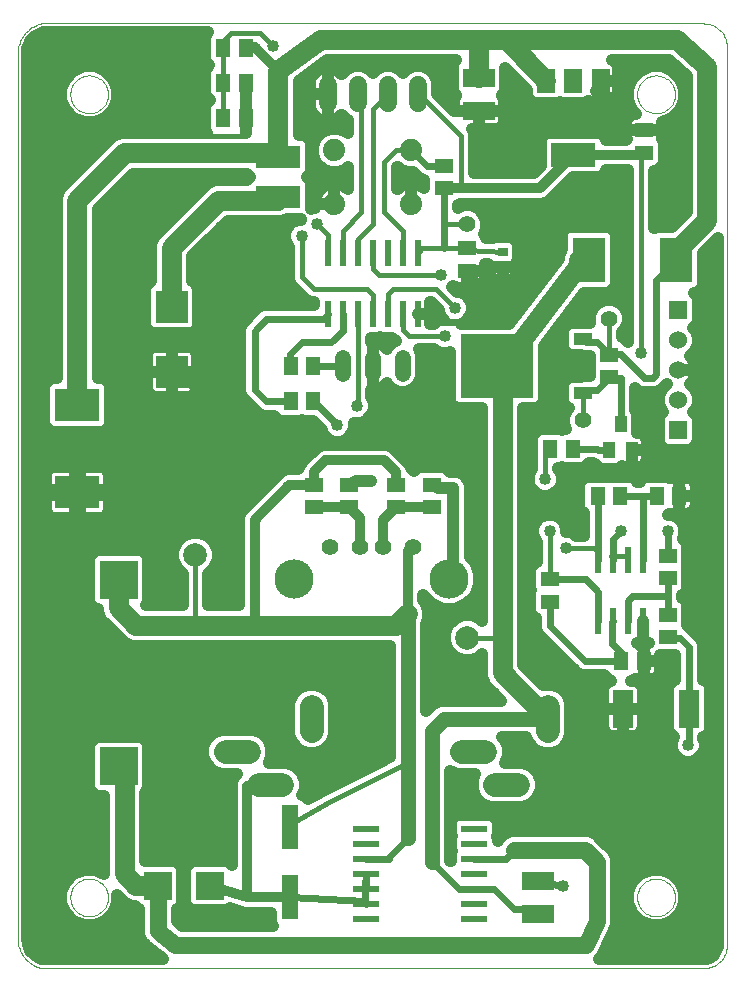
<source format=gtl>
G75*
G70*
%OFA0B0*%
%FSLAX24Y24*%
%IPPOS*%
%LPD*%
%AMOC8*
5,1,8,0,0,1.08239X$1,22.5*
%
%ADD10C,0.0000*%
%ADD11C,0.0787*%
%ADD12C,0.1306*%
%ADD13C,0.0554*%
%ADD14C,0.0520*%
%ADD15R,0.0600X0.0600*%
%ADD16C,0.0600*%
%ADD17R,0.1063X0.1063*%
%ADD18R,0.0591X0.0512*%
%ADD19R,0.0512X0.0591*%
%ADD20C,0.0740*%
%ADD21R,0.1500X0.0760*%
%ADD22R,0.0236X0.0866*%
%ADD23R,0.0866X0.0236*%
%ADD24R,0.1063X0.0630*%
%ADD25R,0.0551X0.1496*%
%ADD26R,0.1260X0.1260*%
%ADD27R,0.2441X0.2126*%
%ADD28R,0.0630X0.0394*%
%ADD29R,0.0394X0.0551*%
%ADD30R,0.0709X0.1260*%
%ADD31C,0.0600*%
%ADD32R,0.0591X0.0787*%
%ADD33R,0.1496X0.0787*%
%ADD34R,0.1102X0.1496*%
%ADD35R,0.1496X0.1102*%
%ADD36R,0.0945X0.0945*%
%ADD37R,0.0354X0.0276*%
%ADD38C,0.0787*%
%ADD39C,0.0551*%
%ADD40C,0.0160*%
%ADD41C,0.0240*%
%ADD42C,0.0320*%
%ADD43C,0.0150*%
%ADD44C,0.0400*%
%ADD45C,0.0400*%
%ADD46C,0.0660*%
%ADD47C,0.0500*%
%ADD48C,0.0560*%
D10*
X015719Y008027D02*
X015719Y037160D01*
X015718Y037160D02*
X015708Y037220D01*
X015702Y037280D01*
X015699Y037341D01*
X015700Y037401D01*
X015704Y037462D01*
X015713Y037522D01*
X015724Y037581D01*
X015740Y037640D01*
X015759Y037698D01*
X015781Y037754D01*
X015807Y037809D01*
X015836Y037862D01*
X015868Y037914D01*
X015903Y037963D01*
X015941Y038011D01*
X015982Y038055D01*
X016025Y038098D01*
X016071Y038137D01*
X016119Y038174D01*
X016170Y038208D01*
X016222Y038238D01*
X016276Y038266D01*
X016332Y038290D01*
X016389Y038311D01*
X016447Y038328D01*
X016506Y038342D01*
X038553Y038342D01*
X038553Y038341D02*
X038607Y038339D01*
X038660Y038334D01*
X038713Y038325D01*
X038765Y038312D01*
X038817Y038296D01*
X038867Y038276D01*
X038915Y038253D01*
X038962Y038226D01*
X039007Y038197D01*
X039050Y038164D01*
X039090Y038129D01*
X039128Y038091D01*
X039163Y038051D01*
X039196Y038008D01*
X039225Y037963D01*
X039252Y037916D01*
X039275Y037868D01*
X039295Y037818D01*
X039311Y037766D01*
X039324Y037714D01*
X039333Y037661D01*
X039338Y037608D01*
X039340Y037554D01*
X039341Y037554D02*
X039341Y007633D01*
X039340Y007633D02*
X039338Y007579D01*
X039333Y007526D01*
X039324Y007473D01*
X039311Y007421D01*
X039295Y007369D01*
X039275Y007319D01*
X039252Y007271D01*
X039225Y007224D01*
X039196Y007179D01*
X039163Y007136D01*
X039128Y007096D01*
X039090Y007058D01*
X039050Y007023D01*
X039007Y006990D01*
X038962Y006961D01*
X038915Y006934D01*
X038867Y006911D01*
X038817Y006891D01*
X038765Y006875D01*
X038713Y006862D01*
X038660Y006853D01*
X038607Y006848D01*
X038553Y006846D01*
X016506Y006846D01*
X016506Y006845D02*
X016447Y006859D01*
X016389Y006876D01*
X016332Y006897D01*
X016276Y006921D01*
X016222Y006949D01*
X016170Y006979D01*
X016119Y007013D01*
X016071Y007050D01*
X016025Y007089D01*
X015982Y007132D01*
X015941Y007176D01*
X015903Y007224D01*
X015868Y007273D01*
X015836Y007325D01*
X015807Y007378D01*
X015781Y007433D01*
X015759Y007489D01*
X015740Y007547D01*
X015724Y007606D01*
X015713Y007665D01*
X015704Y007725D01*
X015700Y007786D01*
X015699Y007846D01*
X015702Y007907D01*
X015708Y007967D01*
X015718Y008027D01*
X017451Y009208D02*
X017453Y009258D01*
X017459Y009308D01*
X017469Y009357D01*
X017483Y009405D01*
X017500Y009452D01*
X017521Y009497D01*
X017546Y009541D01*
X017574Y009582D01*
X017606Y009621D01*
X017640Y009658D01*
X017677Y009692D01*
X017717Y009722D01*
X017759Y009749D01*
X017803Y009773D01*
X017849Y009794D01*
X017896Y009810D01*
X017944Y009823D01*
X017994Y009832D01*
X018043Y009837D01*
X018094Y009838D01*
X018144Y009835D01*
X018193Y009828D01*
X018242Y009817D01*
X018290Y009802D01*
X018336Y009784D01*
X018381Y009762D01*
X018424Y009736D01*
X018465Y009707D01*
X018504Y009675D01*
X018540Y009640D01*
X018572Y009602D01*
X018602Y009562D01*
X018629Y009519D01*
X018652Y009475D01*
X018671Y009429D01*
X018687Y009381D01*
X018699Y009332D01*
X018707Y009283D01*
X018711Y009233D01*
X018711Y009183D01*
X018707Y009133D01*
X018699Y009084D01*
X018687Y009035D01*
X018671Y008987D01*
X018652Y008941D01*
X018629Y008897D01*
X018602Y008854D01*
X018572Y008814D01*
X018540Y008776D01*
X018504Y008741D01*
X018465Y008709D01*
X018424Y008680D01*
X018381Y008654D01*
X018336Y008632D01*
X018290Y008614D01*
X018242Y008599D01*
X018193Y008588D01*
X018144Y008581D01*
X018094Y008578D01*
X018043Y008579D01*
X017994Y008584D01*
X017944Y008593D01*
X017896Y008606D01*
X017849Y008622D01*
X017803Y008643D01*
X017759Y008667D01*
X017717Y008694D01*
X017677Y008724D01*
X017640Y008758D01*
X017606Y008795D01*
X017574Y008834D01*
X017546Y008875D01*
X017521Y008919D01*
X017500Y008964D01*
X017483Y009011D01*
X017469Y009059D01*
X017459Y009108D01*
X017453Y009158D01*
X017451Y009208D01*
X036349Y009208D02*
X036351Y009258D01*
X036357Y009308D01*
X036367Y009357D01*
X036381Y009405D01*
X036398Y009452D01*
X036419Y009497D01*
X036444Y009541D01*
X036472Y009582D01*
X036504Y009621D01*
X036538Y009658D01*
X036575Y009692D01*
X036615Y009722D01*
X036657Y009749D01*
X036701Y009773D01*
X036747Y009794D01*
X036794Y009810D01*
X036842Y009823D01*
X036892Y009832D01*
X036941Y009837D01*
X036992Y009838D01*
X037042Y009835D01*
X037091Y009828D01*
X037140Y009817D01*
X037188Y009802D01*
X037234Y009784D01*
X037279Y009762D01*
X037322Y009736D01*
X037363Y009707D01*
X037402Y009675D01*
X037438Y009640D01*
X037470Y009602D01*
X037500Y009562D01*
X037527Y009519D01*
X037550Y009475D01*
X037569Y009429D01*
X037585Y009381D01*
X037597Y009332D01*
X037605Y009283D01*
X037609Y009233D01*
X037609Y009183D01*
X037605Y009133D01*
X037597Y009084D01*
X037585Y009035D01*
X037569Y008987D01*
X037550Y008941D01*
X037527Y008897D01*
X037500Y008854D01*
X037470Y008814D01*
X037438Y008776D01*
X037402Y008741D01*
X037363Y008709D01*
X037322Y008680D01*
X037279Y008654D01*
X037234Y008632D01*
X037188Y008614D01*
X037140Y008599D01*
X037091Y008588D01*
X037042Y008581D01*
X036992Y008578D01*
X036941Y008579D01*
X036892Y008584D01*
X036842Y008593D01*
X036794Y008606D01*
X036747Y008622D01*
X036701Y008643D01*
X036657Y008667D01*
X036615Y008694D01*
X036575Y008724D01*
X036538Y008758D01*
X036504Y008795D01*
X036472Y008834D01*
X036444Y008875D01*
X036419Y008919D01*
X036398Y008964D01*
X036381Y009011D01*
X036367Y009059D01*
X036357Y009108D01*
X036351Y009158D01*
X036349Y009208D01*
X036349Y035979D02*
X036351Y036029D01*
X036357Y036079D01*
X036367Y036128D01*
X036381Y036176D01*
X036398Y036223D01*
X036419Y036268D01*
X036444Y036312D01*
X036472Y036353D01*
X036504Y036392D01*
X036538Y036429D01*
X036575Y036463D01*
X036615Y036493D01*
X036657Y036520D01*
X036701Y036544D01*
X036747Y036565D01*
X036794Y036581D01*
X036842Y036594D01*
X036892Y036603D01*
X036941Y036608D01*
X036992Y036609D01*
X037042Y036606D01*
X037091Y036599D01*
X037140Y036588D01*
X037188Y036573D01*
X037234Y036555D01*
X037279Y036533D01*
X037322Y036507D01*
X037363Y036478D01*
X037402Y036446D01*
X037438Y036411D01*
X037470Y036373D01*
X037500Y036333D01*
X037527Y036290D01*
X037550Y036246D01*
X037569Y036200D01*
X037585Y036152D01*
X037597Y036103D01*
X037605Y036054D01*
X037609Y036004D01*
X037609Y035954D01*
X037605Y035904D01*
X037597Y035855D01*
X037585Y035806D01*
X037569Y035758D01*
X037550Y035712D01*
X037527Y035668D01*
X037500Y035625D01*
X037470Y035585D01*
X037438Y035547D01*
X037402Y035512D01*
X037363Y035480D01*
X037322Y035451D01*
X037279Y035425D01*
X037234Y035403D01*
X037188Y035385D01*
X037140Y035370D01*
X037091Y035359D01*
X037042Y035352D01*
X036992Y035349D01*
X036941Y035350D01*
X036892Y035355D01*
X036842Y035364D01*
X036794Y035377D01*
X036747Y035393D01*
X036701Y035414D01*
X036657Y035438D01*
X036615Y035465D01*
X036575Y035495D01*
X036538Y035529D01*
X036504Y035566D01*
X036472Y035605D01*
X036444Y035646D01*
X036419Y035690D01*
X036398Y035735D01*
X036381Y035782D01*
X036367Y035830D01*
X036357Y035879D01*
X036351Y035929D01*
X036349Y035979D01*
X017451Y035979D02*
X017453Y036029D01*
X017459Y036079D01*
X017469Y036128D01*
X017483Y036176D01*
X017500Y036223D01*
X017521Y036268D01*
X017546Y036312D01*
X017574Y036353D01*
X017606Y036392D01*
X017640Y036429D01*
X017677Y036463D01*
X017717Y036493D01*
X017759Y036520D01*
X017803Y036544D01*
X017849Y036565D01*
X017896Y036581D01*
X017944Y036594D01*
X017994Y036603D01*
X018043Y036608D01*
X018094Y036609D01*
X018144Y036606D01*
X018193Y036599D01*
X018242Y036588D01*
X018290Y036573D01*
X018336Y036555D01*
X018381Y036533D01*
X018424Y036507D01*
X018465Y036478D01*
X018504Y036446D01*
X018540Y036411D01*
X018572Y036373D01*
X018602Y036333D01*
X018629Y036290D01*
X018652Y036246D01*
X018671Y036200D01*
X018687Y036152D01*
X018699Y036103D01*
X018707Y036054D01*
X018711Y036004D01*
X018711Y035954D01*
X018707Y035904D01*
X018699Y035855D01*
X018687Y035806D01*
X018671Y035758D01*
X018652Y035712D01*
X018629Y035668D01*
X018602Y035625D01*
X018572Y035585D01*
X018540Y035547D01*
X018504Y035512D01*
X018465Y035480D01*
X018424Y035451D01*
X018381Y035425D01*
X018336Y035403D01*
X018290Y035385D01*
X018242Y035370D01*
X018193Y035359D01*
X018144Y035352D01*
X018094Y035349D01*
X018043Y035350D01*
X017994Y035355D01*
X017944Y035364D01*
X017896Y035377D01*
X017849Y035393D01*
X017803Y035414D01*
X017759Y035438D01*
X017717Y035465D01*
X017677Y035495D01*
X017640Y035529D01*
X017606Y035566D01*
X017574Y035605D01*
X017546Y035646D01*
X017521Y035690D01*
X017500Y035735D01*
X017483Y035782D01*
X017469Y035830D01*
X017459Y035879D01*
X017453Y035929D01*
X017451Y035979D01*
D11*
X025500Y015558D02*
X025500Y014771D01*
X024516Y012960D02*
X023729Y012960D01*
X023414Y014062D02*
X022626Y014062D01*
X030500Y014062D02*
X031288Y014062D01*
X031603Y012960D02*
X032390Y012960D01*
X033374Y014771D02*
X033374Y015558D01*
D12*
X030077Y019834D03*
X024904Y019834D03*
D13*
X026112Y020901D03*
X027097Y020901D03*
X027884Y020901D03*
X028868Y020901D03*
D14*
X028530Y026664D02*
X028530Y027184D01*
X027530Y027184D02*
X027530Y026664D01*
X026530Y026664D02*
X026530Y027184D01*
D15*
X037715Y028790D03*
X037715Y024790D03*
D16*
X037715Y025790D03*
X037715Y026790D03*
X037715Y027790D03*
D17*
X020837Y026727D03*
X020837Y028893D03*
D18*
X025561Y022968D03*
X025561Y022220D03*
X026742Y022220D03*
X026742Y022968D03*
X028317Y022968D03*
X028317Y022220D03*
X029498Y022220D03*
X029498Y022968D03*
X033435Y019818D03*
X033435Y019070D03*
X037372Y018637D03*
X037372Y017889D03*
X037372Y019857D03*
X037372Y020605D03*
X035404Y026550D03*
X035404Y027298D03*
X030679Y030094D03*
X030679Y030842D03*
X029892Y032849D03*
X029892Y033598D03*
X036585Y034031D03*
X036585Y034779D03*
D19*
X034203Y024168D03*
X033455Y024168D03*
X035030Y022594D03*
X035778Y022594D03*
X036998Y022594D03*
X037746Y022594D03*
X036565Y017082D03*
X035817Y017082D03*
X025542Y025743D03*
X024794Y025743D03*
X024794Y026924D03*
X025542Y026924D03*
X023298Y035192D03*
X022549Y035192D03*
X022549Y036373D03*
X023298Y036373D03*
X023298Y037515D03*
X022549Y037515D03*
D20*
X026250Y034113D03*
X026250Y032333D03*
X028810Y032333D03*
X028810Y034113D03*
D21*
X024380Y033893D03*
X024380Y032554D03*
D22*
X026030Y030704D03*
X026530Y030704D03*
X027030Y030704D03*
X027530Y030704D03*
X028030Y030704D03*
X028530Y030704D03*
X029030Y030704D03*
X029030Y028657D03*
X028530Y028657D03*
X028030Y028657D03*
X027530Y028657D03*
X027030Y028657D03*
X026530Y028657D03*
X026030Y028657D03*
X035048Y020468D03*
X035548Y020468D03*
X036048Y020468D03*
X036548Y020468D03*
X036548Y018420D03*
X036048Y018420D03*
X035548Y018420D03*
X035048Y018420D03*
D23*
X030916Y011495D03*
X030916Y010995D03*
X030916Y010495D03*
X030916Y009995D03*
X030916Y009495D03*
X030916Y008995D03*
X030916Y008495D03*
X027294Y008495D03*
X027294Y008995D03*
X027294Y009495D03*
X027294Y009995D03*
X027294Y010495D03*
X027294Y010995D03*
X027294Y011495D03*
D24*
X033042Y009759D03*
X033042Y008657D03*
X031073Y035428D03*
X031073Y036531D03*
D25*
X024774Y011570D03*
X024774Y009208D03*
D26*
X019065Y013578D03*
X019065Y019798D03*
D27*
X031664Y026924D03*
D28*
X034538Y026027D03*
X034538Y027822D03*
D29*
X035798Y024995D03*
X036172Y024129D03*
X035423Y024129D03*
D30*
X035876Y015507D03*
X038081Y015507D03*
D31*
X029030Y035679D02*
X029030Y036279D01*
X028030Y036279D02*
X028030Y035679D01*
X027030Y035679D02*
X027030Y036279D01*
X026030Y036279D02*
X026030Y035679D01*
D32*
X033317Y036432D03*
X034223Y036432D03*
X035128Y036432D03*
D33*
X034223Y033952D03*
D34*
X034735Y030468D03*
X037648Y030468D03*
D35*
X017687Y025625D03*
X017687Y022712D03*
D36*
X020364Y009601D03*
X022097Y009601D03*
D37*
X031860Y030212D03*
X031860Y030723D03*
D38*
X021624Y020625D03*
X030679Y017869D03*
D39*
X034538Y025113D03*
X035404Y028499D03*
X030679Y031649D03*
D40*
X029892Y031649D01*
X029892Y030861D02*
X029187Y030861D01*
X029030Y030704D01*
X028530Y030704D02*
X028530Y031436D01*
X027923Y032042D01*
X027923Y033720D01*
X028317Y034113D01*
X028810Y034113D01*
X027530Y035479D02*
X028030Y035979D01*
X027530Y035479D02*
X027530Y031649D01*
X027030Y031149D01*
X027030Y030704D01*
X027530Y030704D02*
X027530Y030153D01*
X027727Y029956D01*
X029813Y029956D01*
X029656Y029483D02*
X030286Y028853D01*
X029656Y029483D02*
X028199Y029483D01*
X028030Y029314D01*
X028030Y028657D01*
X028530Y028657D02*
X028530Y028129D01*
X028750Y027909D01*
X029931Y027909D01*
X027530Y028657D02*
X027530Y029286D01*
X027333Y029483D01*
X025561Y029483D01*
X025168Y029877D01*
X025168Y031255D01*
X025679Y031649D02*
X026030Y031298D01*
X026030Y030704D01*
X026530Y030704D02*
X026530Y031436D01*
X027136Y032042D01*
X027136Y035873D01*
X027030Y035979D01*
X024223Y037594D02*
X023790Y038027D01*
X022805Y038027D01*
X022549Y037771D01*
X022549Y037515D01*
X022549Y036373D01*
X022549Y035192D01*
X023160Y034601D02*
X020443Y034601D01*
X019971Y035074D01*
X023160Y034601D02*
X023298Y034739D01*
X023298Y036373D01*
X029892Y030861D02*
X030679Y030861D01*
X030679Y030842D01*
X030719Y030802D01*
X031860Y030723D01*
X035404Y028499D02*
X035404Y027298D01*
X034538Y026027D02*
X034538Y025113D01*
X033455Y024168D02*
X033278Y023991D01*
X033278Y023145D01*
X033435Y021412D02*
X033435Y019818D01*
X031860Y017869D02*
X031860Y016678D01*
X031860Y017869D02*
X030679Y017869D01*
X027018Y025586D02*
X027030Y025991D01*
X027030Y028657D01*
X021624Y020625D02*
X021624Y018263D01*
D41*
X026349Y024956D02*
X025561Y025743D01*
X025542Y025743D01*
X024794Y025743D02*
X023986Y025743D01*
X023593Y026137D01*
X023593Y028105D01*
X023986Y028499D01*
X025872Y028499D01*
X026030Y028657D01*
X026530Y028657D02*
X026530Y028090D01*
X026152Y027712D01*
X025168Y027712D01*
X024774Y027318D01*
X024774Y026944D01*
X024794Y026924D01*
X025542Y026924D02*
X026530Y026924D01*
X029030Y028657D02*
X029735Y028657D01*
X029892Y028499D01*
X029892Y028460D01*
X029971Y028381D01*
X030798Y028381D01*
X030916Y028499D01*
X030916Y028735D01*
X031309Y029129D01*
X031309Y029464D01*
X030679Y030094D01*
X029892Y030861D02*
X029892Y031649D01*
X029892Y032849D01*
X029892Y033598D02*
X029326Y033598D01*
X028810Y034113D01*
X032648Y031649D02*
X033042Y031649D01*
X034420Y030468D02*
X034735Y030468D01*
X036979Y029798D02*
X037648Y030468D01*
X036979Y029798D02*
X036979Y026649D01*
X036860Y026531D01*
X036585Y026531D01*
X035798Y027318D01*
X035423Y027318D01*
X035404Y027298D01*
X035404Y027318D01*
X035010Y027712D01*
X034648Y027712D01*
X034538Y027822D01*
X035404Y026550D02*
X035404Y026531D01*
X035798Y026531D01*
X035798Y024995D01*
X035423Y024129D02*
X035049Y024129D01*
X035010Y024168D01*
X034203Y024168D01*
X035030Y022594D02*
X035030Y020485D01*
X035048Y020468D01*
X035548Y020468D02*
X035548Y021162D01*
X035798Y021412D01*
X036548Y020468D02*
X036548Y022556D01*
X036585Y022594D01*
X035778Y022594D01*
X036585Y022594D02*
X036998Y022594D01*
X037372Y021412D02*
X037372Y020605D01*
X037372Y019857D02*
X037372Y019247D01*
X036191Y019247D01*
X036048Y019103D01*
X036048Y018420D01*
X035548Y018420D02*
X035522Y018395D01*
X035522Y017672D01*
X035817Y017377D01*
X035817Y017082D01*
X034616Y017082D01*
X033435Y018263D01*
X033435Y019070D01*
X033435Y019818D02*
X034636Y019818D01*
X035048Y019407D01*
X035048Y018420D01*
X037372Y018637D02*
X037372Y019247D01*
X037372Y017889D02*
X037392Y017869D01*
X037766Y017869D01*
X038081Y017554D01*
X038081Y015507D01*
X038081Y014326D01*
X038042Y014286D01*
X033868Y009601D02*
X033849Y009582D01*
X033042Y009759D01*
X033022Y008814D02*
X032254Y008814D01*
X031573Y009495D01*
X030916Y009495D01*
X030392Y009495D01*
X029498Y010389D01*
X028711Y011176D02*
X028081Y010546D01*
X028081Y010507D01*
X028069Y010495D01*
X027294Y010495D01*
X027294Y009995D02*
X027294Y009546D01*
X027266Y009747D01*
X027270Y009326D01*
X027290Y009074D01*
X024774Y009208D01*
X027290Y009074D02*
X027294Y008995D01*
X027294Y009495D02*
X027266Y009747D01*
X030916Y010495D02*
X031967Y010495D01*
X032254Y010783D01*
X033022Y008814D02*
X033042Y008657D01*
X034538Y026027D02*
X034648Y026137D01*
X035010Y026137D01*
X035404Y026531D01*
D42*
X033120Y032849D02*
X030469Y032849D01*
X029892Y032849D01*
X033120Y032849D02*
X034223Y033952D01*
X036506Y033952D01*
X036585Y034031D01*
X027923Y023775D02*
X025955Y023775D01*
X025561Y023381D01*
X025561Y022968D01*
X024754Y022968D01*
X023593Y021806D01*
X023593Y018263D01*
X027097Y020901D02*
X027097Y021865D01*
X026742Y022220D01*
X025561Y022220D01*
X027884Y021786D02*
X027884Y020901D01*
X028711Y020743D02*
X028868Y020901D01*
X028711Y020743D02*
X028711Y018657D01*
X027884Y021786D02*
X028317Y022220D01*
X029498Y022220D01*
X028317Y022968D02*
X028317Y023381D01*
X027923Y023775D01*
X024122Y012960D02*
X023335Y012926D01*
X023357Y009208D01*
X024774Y009208D01*
X023357Y009208D02*
X022097Y009601D01*
X024380Y036767D02*
X023593Y037554D01*
X023298Y037515D01*
D43*
X029030Y035979D02*
X029219Y035846D01*
X030469Y034596D01*
X030469Y032849D01*
X030469Y032846D01*
X036469Y033846D02*
X036469Y027346D01*
X036469Y033846D02*
X036585Y034031D01*
X034969Y020846D02*
X033969Y020846D01*
X034969Y020846D02*
X035048Y020468D01*
X035469Y020596D02*
X035548Y020468D01*
X035469Y020596D02*
X035969Y020596D01*
X036048Y020468D01*
X028711Y013596D02*
X028469Y013596D01*
X026075Y012383D01*
X024894Y011739D01*
X024825Y011670D01*
X024774Y011570D01*
D44*
X033435Y021412D03*
X033969Y020846D03*
X035798Y021412D03*
X037372Y021412D03*
X033278Y023145D03*
X036469Y027346D03*
X032648Y031649D03*
X029813Y029956D03*
X030286Y028853D03*
X029931Y027909D03*
X027018Y025586D03*
X026349Y024956D03*
X027469Y023096D03*
X025168Y031255D03*
X025679Y031649D03*
X024223Y037594D03*
X038042Y014286D03*
X033868Y009601D03*
D45*
X035150Y011139D02*
X034973Y011317D01*
X034742Y011413D01*
X032129Y011413D01*
X031897Y011317D01*
X031720Y011139D01*
X031699Y011088D01*
X031699Y011183D01*
X031673Y011245D01*
X031699Y011307D01*
X031699Y011683D01*
X031645Y011812D01*
X031547Y011910D01*
X031418Y011963D01*
X030413Y011963D01*
X030284Y011910D01*
X030186Y011812D01*
X030133Y011683D01*
X030133Y011307D01*
X030158Y011245D01*
X030133Y011183D01*
X030133Y010807D01*
X030158Y010745D01*
X030133Y010683D01*
X030133Y010419D01*
X030098Y010454D01*
X030098Y013424D01*
X030352Y013318D01*
X030946Y013318D01*
X030859Y013108D01*
X030859Y012812D01*
X030972Y012538D01*
X031181Y012329D01*
X031455Y012216D01*
X032538Y012216D01*
X032811Y012329D01*
X033021Y012538D01*
X033134Y012812D01*
X033134Y013108D01*
X033021Y013381D01*
X032811Y013590D01*
X032538Y013703D01*
X031944Y013703D01*
X032031Y013914D01*
X032031Y014210D01*
X031918Y014483D01*
X031837Y014564D01*
X032655Y014564D01*
X032744Y014349D01*
X032953Y014140D01*
X033226Y014027D01*
X033522Y014027D01*
X033796Y014140D01*
X034005Y014349D01*
X034118Y014623D01*
X034118Y015706D01*
X034005Y015979D01*
X033796Y016189D01*
X033522Y016302D01*
X033226Y016302D01*
X033207Y016294D01*
X032540Y016960D01*
X032540Y025511D01*
X032954Y025511D01*
X033082Y025565D01*
X033181Y025663D01*
X033234Y025792D01*
X033234Y027601D01*
X034586Y029370D01*
X035355Y029370D01*
X035484Y029423D01*
X035582Y029521D01*
X035636Y029650D01*
X035636Y031285D01*
X035582Y031414D01*
X035484Y031512D01*
X035355Y031566D01*
X034114Y031566D01*
X033985Y031512D01*
X033887Y031414D01*
X033833Y031285D01*
X033833Y030829D01*
X033740Y030603D01*
X033740Y030501D01*
X032085Y028337D01*
X030477Y028337D01*
X030597Y028387D01*
X030752Y028542D01*
X030836Y028744D01*
X030836Y028963D01*
X030752Y029165D01*
X030597Y029320D01*
X030395Y029403D01*
X030344Y029403D01*
X030191Y029556D01*
X030221Y029586D01*
X030242Y029572D01*
X030297Y029549D01*
X030355Y029538D01*
X030679Y029538D01*
X030679Y030094D01*
X031275Y030094D01*
X031275Y030333D01*
X031383Y030325D01*
X031383Y030212D01*
X031860Y030212D01*
X031860Y030212D01*
X031383Y030212D01*
X031383Y030044D01*
X031395Y029986D01*
X031417Y029932D01*
X031450Y029883D01*
X031492Y029841D01*
X031541Y029808D01*
X031596Y029785D01*
X031654Y029774D01*
X031860Y029774D01*
X031860Y030212D01*
X031861Y030212D01*
X032338Y030212D01*
X032338Y030379D01*
X032335Y030390D01*
X032388Y030516D01*
X032388Y030931D01*
X032334Y031060D01*
X032236Y031158D01*
X032107Y031211D01*
X031614Y031211D01*
X031531Y031177D01*
X031314Y031192D01*
X031271Y031296D01*
X031228Y031339D01*
X031305Y031524D01*
X031305Y031773D01*
X031210Y032003D01*
X031034Y032179D01*
X030804Y032274D01*
X030555Y032274D01*
X030362Y032194D01*
X030362Y032287D01*
X030386Y032297D01*
X030428Y032339D01*
X033222Y032339D01*
X033409Y032417D01*
X034200Y033208D01*
X035040Y033208D01*
X035169Y033261D01*
X035267Y033360D01*
X035301Y033442D01*
X036044Y033442D01*
X036044Y027725D01*
X036000Y027743D01*
X035996Y027752D01*
X035897Y027851D01*
X035834Y027877D01*
X035834Y028044D01*
X035934Y028145D01*
X036029Y028375D01*
X036029Y028624D01*
X035934Y028853D01*
X035758Y029029D01*
X035528Y029125D01*
X035279Y029125D01*
X035049Y029029D01*
X034873Y028853D01*
X034778Y028624D01*
X034778Y028375D01*
X034781Y028369D01*
X034153Y028369D01*
X034024Y028315D01*
X033926Y028217D01*
X033873Y028088D01*
X033873Y027555D01*
X033926Y027427D01*
X034024Y027328D01*
X034153Y027275D01*
X034474Y027275D01*
X034554Y027242D01*
X034759Y027242D01*
X034759Y026973D01*
X034779Y026924D01*
X034759Y026876D01*
X034759Y026607D01*
X034554Y026607D01*
X034474Y026573D01*
X034153Y026573D01*
X034024Y026520D01*
X033926Y026422D01*
X033873Y026293D01*
X033873Y025760D01*
X033926Y025632D01*
X034024Y025533D01*
X034059Y025519D01*
X034007Y025468D01*
X033912Y025238D01*
X033912Y024989D01*
X033985Y024814D01*
X033877Y024814D01*
X033829Y024794D01*
X033781Y024814D01*
X033129Y024814D01*
X033001Y024760D01*
X032902Y024662D01*
X032849Y024533D01*
X032849Y024080D01*
X032848Y024077D01*
X032848Y023493D01*
X032812Y023456D01*
X032728Y023254D01*
X032728Y023035D01*
X032812Y022833D01*
X032966Y022678D01*
X033168Y022595D01*
X033387Y022595D01*
X033589Y022678D01*
X033744Y022833D01*
X033828Y023035D01*
X033828Y023254D01*
X033744Y023456D01*
X033708Y023493D01*
X033708Y023523D01*
X033781Y023523D01*
X033829Y023543D01*
X033877Y023523D01*
X034529Y023523D01*
X034657Y023576D01*
X034756Y023675D01*
X034765Y023698D01*
X034861Y023698D01*
X034923Y023673D01*
X034930Y023655D01*
X035028Y023557D01*
X035157Y023503D01*
X035690Y023503D01*
X035819Y023557D01*
X035845Y023583D01*
X035844Y023583D01*
X035845Y023583D02*
X035887Y023565D01*
X035945Y023553D01*
X036172Y023553D01*
X036398Y023553D01*
X036456Y023565D01*
X036510Y023588D01*
X036560Y023620D01*
X036601Y023662D01*
X036634Y023711D01*
X036657Y023766D01*
X036668Y023824D01*
X036668Y024129D01*
X036668Y024434D01*
X036657Y024492D01*
X036634Y024547D01*
X036601Y024596D01*
X036560Y024638D01*
X036510Y024670D01*
X036456Y024693D01*
X036398Y024705D01*
X036344Y024705D01*
X036344Y025340D01*
X036291Y025469D01*
X036268Y025493D01*
X036268Y026183D01*
X036319Y026132D01*
X036491Y026061D01*
X036954Y026061D01*
X037127Y026132D01*
X037326Y026331D01*
X037332Y026327D01*
X037164Y026159D01*
X037065Y025920D01*
X037065Y025661D01*
X037164Y025422D01*
X037208Y025378D01*
X037118Y025289D01*
X037065Y025160D01*
X037065Y024421D01*
X037118Y024292D01*
X037217Y024194D01*
X037345Y024140D01*
X038084Y024140D01*
X038213Y024194D01*
X038312Y024292D01*
X038365Y024421D01*
X038365Y025160D01*
X038312Y025289D01*
X038222Y025378D01*
X038266Y025422D01*
X038365Y025661D01*
X038365Y025920D01*
X038266Y026159D01*
X038098Y026327D01*
X038106Y026333D01*
X038172Y026400D01*
X038228Y026476D01*
X038271Y026560D01*
X038300Y026650D01*
X038315Y026743D01*
X038315Y026790D01*
X037715Y026790D01*
X037715Y026790D01*
X038315Y026790D01*
X038315Y026838D01*
X038300Y026931D01*
X038271Y027021D01*
X038228Y027105D01*
X038172Y027181D01*
X038106Y027248D01*
X038098Y027254D01*
X038266Y027422D01*
X038365Y027661D01*
X038365Y027920D01*
X038266Y028159D01*
X038222Y028203D01*
X038312Y028292D01*
X038365Y028421D01*
X038365Y029160D01*
X038312Y029289D01*
X038231Y029370D01*
X038269Y029370D01*
X038397Y029423D01*
X038496Y029521D01*
X038549Y029650D01*
X038549Y030683D01*
X039041Y031174D01*
X039041Y007633D01*
X039035Y007557D01*
X038988Y007412D01*
X038898Y007288D01*
X038775Y007199D01*
X038630Y007152D01*
X038553Y007146D01*
X035059Y007146D01*
X035095Y007181D01*
X035179Y007260D01*
X035183Y007269D01*
X035190Y007276D01*
X035234Y007383D01*
X035537Y008057D01*
X035544Y008063D01*
X035589Y008170D01*
X035636Y008276D01*
X035636Y008286D01*
X035640Y008295D01*
X035640Y008411D01*
X035644Y008527D01*
X035640Y008536D01*
X035640Y010514D01*
X035544Y010746D01*
X035150Y011139D01*
X035061Y011229D02*
X039041Y011229D01*
X039041Y010831D02*
X035459Y010831D01*
X035640Y010432D02*
X039041Y010432D01*
X039041Y010034D02*
X037415Y010034D01*
X037505Y009996D02*
X037164Y010138D01*
X036794Y010138D01*
X036452Y009996D01*
X036190Y009735D01*
X036049Y009393D01*
X036049Y009023D01*
X036190Y008681D01*
X036452Y008419D01*
X036794Y008278D01*
X037164Y008278D01*
X037505Y008419D01*
X037767Y008681D01*
X037909Y009023D01*
X037909Y009393D01*
X037767Y009735D01*
X037505Y009996D01*
X037808Y009635D02*
X039041Y009635D01*
X039041Y009237D02*
X037909Y009237D01*
X037832Y008838D02*
X039041Y008838D01*
X039041Y008440D02*
X037526Y008440D01*
X036432Y008440D02*
X035641Y008440D01*
X035640Y008838D02*
X036125Y008838D01*
X036049Y009237D02*
X035640Y009237D01*
X035640Y009635D02*
X036149Y009635D01*
X036542Y010034D02*
X035640Y010034D01*
X035530Y008041D02*
X039041Y008041D01*
X039041Y007643D02*
X035351Y007643D01*
X035162Y007244D02*
X038837Y007244D01*
X039041Y011628D02*
X031699Y011628D01*
X031680Y011229D02*
X031810Y011229D01*
X031086Y012425D02*
X030098Y012425D01*
X030098Y012823D02*
X030859Y012823D01*
X030906Y013222D02*
X030098Y013222D01*
X030098Y012026D02*
X039041Y012026D01*
X039041Y012425D02*
X032907Y012425D01*
X033134Y012823D02*
X039041Y012823D01*
X039041Y013222D02*
X033087Y013222D01*
X032739Y013620D02*
X039041Y013620D01*
X039041Y014019D02*
X038526Y014019D01*
X038508Y013975D02*
X038592Y014177D01*
X038592Y014396D01*
X038551Y014494D01*
X038551Y014546D01*
X038634Y014580D01*
X038732Y014679D01*
X038785Y014807D01*
X038785Y016206D01*
X038732Y016335D01*
X038634Y016434D01*
X038551Y016468D01*
X038551Y017648D01*
X038479Y017820D01*
X038164Y018135D01*
X038032Y018268D01*
X038004Y018279D01*
X038018Y018311D01*
X038018Y018962D01*
X037964Y019091D01*
X037866Y019189D01*
X037842Y019199D01*
X037842Y019295D01*
X037866Y019305D01*
X037964Y019403D01*
X038018Y019532D01*
X038018Y020183D01*
X037997Y020231D01*
X038018Y020280D01*
X038018Y020931D01*
X037964Y021060D01*
X037866Y021158D01*
X037863Y021159D01*
X037922Y021303D01*
X037922Y021522D01*
X037839Y021724D01*
X037684Y021879D01*
X037482Y021962D01*
X037358Y021962D01*
X037450Y022000D01*
X037461Y021998D01*
X037746Y021998D01*
X037746Y022594D01*
X037746Y023189D01*
X037461Y023189D01*
X037450Y023187D01*
X037324Y023239D01*
X036673Y023239D01*
X036544Y023186D01*
X036446Y023087D01*
X036436Y023064D01*
X036340Y023064D01*
X036330Y023087D01*
X036232Y023186D01*
X036103Y023239D01*
X035452Y023239D01*
X035404Y023219D01*
X035355Y023239D01*
X034704Y023239D01*
X034576Y023186D01*
X034477Y023087D01*
X034424Y022958D01*
X034424Y022229D01*
X034477Y022100D01*
X034560Y022017D01*
X034560Y021271D01*
X034322Y021271D01*
X034280Y021312D01*
X034078Y021396D01*
X033985Y021396D01*
X033985Y021522D01*
X033902Y021724D01*
X033747Y021879D01*
X033545Y021962D01*
X033326Y021962D01*
X033124Y021879D01*
X032969Y021724D01*
X032885Y021522D01*
X032885Y021303D01*
X032969Y021101D01*
X033005Y021065D01*
X033005Y020397D01*
X032942Y020371D01*
X032843Y020272D01*
X032790Y020144D01*
X032790Y019492D01*
X032810Y019444D01*
X032790Y019395D01*
X032790Y018744D01*
X032843Y018616D01*
X032942Y018517D01*
X032965Y018508D01*
X032965Y018169D01*
X033037Y017997D01*
X034218Y016816D01*
X034218Y016816D01*
X034350Y016683D01*
X034523Y016612D01*
X035255Y016612D01*
X035265Y016588D01*
X035363Y016490D01*
X035491Y016437D01*
X035434Y016425D01*
X035380Y016403D01*
X035331Y016370D01*
X035289Y016328D01*
X035256Y016279D01*
X035233Y016224D01*
X035222Y016166D01*
X035222Y015507D01*
X035876Y015507D01*
X035876Y015507D01*
X035222Y015507D01*
X035222Y014847D01*
X035233Y014790D01*
X035256Y014735D01*
X035289Y014686D01*
X035331Y014644D01*
X035380Y014611D01*
X035434Y014589D01*
X035492Y014577D01*
X035876Y014577D01*
X035876Y015507D01*
X035876Y015507D01*
X035876Y014577D01*
X036260Y014577D01*
X036318Y014589D01*
X036373Y014611D01*
X036422Y014644D01*
X036464Y014686D01*
X036496Y014735D01*
X036519Y014790D01*
X036531Y014847D01*
X036531Y015507D01*
X036531Y016166D01*
X036519Y016224D01*
X036496Y016279D01*
X036464Y016328D01*
X036422Y016370D01*
X036373Y016403D01*
X036318Y016425D01*
X036260Y016437D01*
X036144Y016437D01*
X036269Y016489D01*
X036280Y016486D01*
X036565Y016486D01*
X036565Y017082D01*
X036565Y017677D01*
X036331Y017677D01*
X036364Y017691D01*
X036367Y017694D01*
X036400Y017687D01*
X036547Y017687D01*
X036547Y018420D01*
X036548Y018420D01*
X036548Y017687D01*
X036695Y017687D01*
X036727Y017694D01*
X036727Y017677D01*
X036565Y017677D01*
X036565Y017082D01*
X036565Y017082D01*
X036719Y017096D01*
X036565Y017096D01*
X036565Y017082D02*
X037121Y017082D01*
X037121Y017283D01*
X037611Y017283D01*
X037611Y016468D01*
X037528Y016434D01*
X037430Y016335D01*
X037377Y016206D01*
X037377Y014807D01*
X037430Y014679D01*
X037528Y014580D01*
X037562Y014566D01*
X037492Y014396D01*
X037492Y014177D01*
X037575Y013975D01*
X037730Y013820D01*
X037932Y013736D01*
X038151Y013736D01*
X038353Y013820D01*
X038508Y013975D01*
X038583Y014417D02*
X039041Y014417D01*
X039041Y014816D02*
X038785Y014816D01*
X038785Y015214D02*
X039041Y015214D01*
X039041Y015613D02*
X038785Y015613D01*
X038785Y016011D02*
X039041Y016011D01*
X039041Y016410D02*
X038658Y016410D01*
X038551Y016808D02*
X039041Y016808D01*
X039041Y017207D02*
X038551Y017207D01*
X038551Y017605D02*
X039041Y017605D01*
X039041Y018004D02*
X038296Y018004D01*
X038018Y018402D02*
X039041Y018402D01*
X039041Y018801D02*
X038018Y018801D01*
X037843Y019199D02*
X039041Y019199D01*
X039041Y019598D02*
X038018Y019598D01*
X038018Y019996D02*
X039041Y019996D01*
X039041Y020395D02*
X038018Y020395D01*
X038018Y020793D02*
X039041Y020793D01*
X039041Y021192D02*
X037876Y021192D01*
X037894Y021590D02*
X039041Y021590D01*
X039041Y021989D02*
X037421Y021989D01*
X037746Y021998D02*
X037746Y022594D01*
X037746Y022594D01*
X037746Y023189D01*
X038032Y023189D01*
X038090Y023177D01*
X038144Y023155D01*
X038193Y023122D01*
X038235Y023080D01*
X038268Y023031D01*
X038291Y022976D01*
X038302Y022918D01*
X038302Y022594D01*
X037746Y022594D01*
X037746Y022594D01*
X037746Y022594D01*
X038302Y022594D01*
X038302Y022269D01*
X038291Y022211D01*
X038268Y022156D01*
X038235Y022107D01*
X038193Y022065D01*
X038144Y022032D01*
X038090Y022010D01*
X038032Y021998D01*
X037746Y021998D01*
X037746Y022387D02*
X037746Y022387D01*
X037746Y022786D02*
X037746Y022786D01*
X037746Y023184D02*
X037746Y023184D01*
X038056Y023184D02*
X039041Y023184D01*
X039041Y022786D02*
X038302Y022786D01*
X038302Y022387D02*
X039041Y022387D01*
X039041Y023583D02*
X036498Y023583D01*
X036172Y023583D02*
X036172Y023583D01*
X036172Y023553D02*
X036172Y024129D01*
X036668Y024129D01*
X036172Y024129D01*
X036172Y024129D01*
X036172Y024129D01*
X036172Y023553D01*
X036233Y023184D02*
X036543Y023184D01*
X036668Y023981D02*
X039041Y023981D01*
X039041Y024380D02*
X038348Y024380D01*
X038365Y024778D02*
X039041Y024778D01*
X039041Y025177D02*
X038358Y025177D01*
X038329Y025575D02*
X039041Y025575D01*
X039041Y025974D02*
X038343Y025974D01*
X038145Y026372D02*
X039041Y026372D01*
X039041Y026771D02*
X038315Y026771D01*
X038181Y027169D02*
X039041Y027169D01*
X039041Y027568D02*
X038326Y027568D01*
X038346Y027966D02*
X039041Y027966D01*
X039041Y028365D02*
X038342Y028365D01*
X038365Y028763D02*
X039041Y028763D01*
X039041Y029162D02*
X038364Y029162D01*
X038512Y029560D02*
X039041Y029560D01*
X039041Y029959D02*
X038549Y029959D01*
X038549Y030357D02*
X039041Y030357D01*
X039041Y030756D02*
X038622Y030756D01*
X039020Y031154D02*
X039041Y031154D01*
X037766Y030861D02*
X037719Y030596D01*
X037648Y030468D01*
X037027Y031566D02*
X036898Y031512D01*
X036894Y031508D01*
X036894Y033425D01*
X036950Y033425D01*
X037078Y033478D01*
X037177Y033576D01*
X037230Y033705D01*
X037230Y034356D01*
X037178Y034482D01*
X037180Y034493D01*
X037180Y034779D01*
X037180Y035056D01*
X037505Y035191D01*
X037767Y035453D01*
X037909Y035794D01*
X037909Y036164D01*
X037767Y036506D01*
X037505Y036768D01*
X037164Y036909D01*
X036794Y036909D01*
X036452Y036768D01*
X036190Y036506D01*
X036049Y036164D01*
X036049Y035794D01*
X036190Y035453D01*
X036308Y035335D01*
X036260Y035335D01*
X036202Y035323D01*
X036148Y035300D01*
X036098Y035268D01*
X036057Y035226D01*
X036024Y035177D01*
X036001Y035122D01*
X035990Y035064D01*
X035990Y034779D01*
X036585Y034779D01*
X037180Y034779D01*
X036585Y034779D01*
X036585Y034779D01*
X036585Y034779D01*
X035990Y034779D01*
X035990Y034493D01*
X035992Y034482D01*
X035983Y034462D01*
X035301Y034462D01*
X035267Y034544D01*
X035169Y034642D01*
X035040Y034696D01*
X033405Y034696D01*
X033276Y034642D01*
X033178Y034544D01*
X033125Y034415D01*
X033125Y033575D01*
X032909Y033359D01*
X030894Y033359D01*
X030894Y034680D01*
X030839Y034813D01*
X031073Y034813D01*
X031073Y035428D01*
X031073Y035428D01*
X030242Y035428D01*
X030242Y035424D01*
X029680Y035986D01*
X029680Y036409D01*
X029581Y036648D01*
X029398Y036830D01*
X029159Y036929D01*
X028900Y036929D01*
X028662Y036830D01*
X028530Y036699D01*
X028398Y036830D01*
X028159Y036929D01*
X027900Y036929D01*
X027662Y036830D01*
X027530Y036699D01*
X027398Y036830D01*
X027159Y036929D01*
X026900Y036929D01*
X026662Y036830D01*
X026493Y036662D01*
X026487Y036670D01*
X026421Y036737D01*
X026344Y036793D01*
X026260Y036835D01*
X026170Y036865D01*
X026077Y036879D01*
X026030Y036879D01*
X026030Y035979D01*
X026030Y035079D01*
X026077Y035079D01*
X026170Y035094D01*
X026260Y035123D01*
X026344Y035166D01*
X026421Y035222D01*
X026487Y035289D01*
X026493Y035297D01*
X026662Y035128D01*
X026706Y035110D01*
X026706Y034675D01*
X026658Y034724D01*
X026393Y034833D01*
X026107Y034833D01*
X025842Y034724D01*
X025639Y034521D01*
X025530Y034257D01*
X025530Y033970D01*
X025639Y033706D01*
X025842Y033503D01*
X026107Y033393D01*
X026393Y033393D01*
X026658Y033503D01*
X026706Y033552D01*
X026706Y032825D01*
X026692Y032838D01*
X026623Y032892D01*
X026547Y032936D01*
X026466Y032969D01*
X026381Y032992D01*
X026294Y033003D01*
X026250Y033003D01*
X026250Y032334D01*
X026250Y032334D01*
X026250Y033003D01*
X026206Y033003D01*
X026119Y032992D01*
X026034Y032969D01*
X025953Y032936D01*
X025877Y032892D01*
X025807Y032838D01*
X025745Y032776D01*
X025692Y032707D01*
X025648Y032630D01*
X025614Y032549D01*
X025591Y032464D01*
X025580Y032377D01*
X025580Y032333D01*
X025580Y032290D01*
X025591Y032203D01*
X025592Y032199D01*
X025570Y032199D01*
X025480Y032161D01*
X025480Y033004D01*
X025427Y033132D01*
X025336Y033223D01*
X025427Y033315D01*
X025480Y033443D01*
X025480Y034342D01*
X025565Y034342D01*
X025480Y034342D02*
X025427Y034471D01*
X025328Y034569D01*
X025200Y034623D01*
X025060Y034623D01*
X025060Y036419D01*
X026017Y037110D01*
X030312Y037110D01*
X030245Y037044D01*
X030192Y036915D01*
X030192Y036146D01*
X030245Y036017D01*
X030318Y035944D01*
X030309Y035934D01*
X030276Y035885D01*
X030253Y035831D01*
X030242Y035773D01*
X030242Y035428D01*
X031073Y035428D01*
X031073Y035428D01*
X031073Y034813D01*
X031634Y034813D01*
X031692Y034825D01*
X031747Y034847D01*
X031796Y034880D01*
X031838Y034922D01*
X031870Y034971D01*
X031893Y035026D01*
X031905Y035084D01*
X031905Y035428D01*
X031073Y035428D01*
X031073Y035428D01*
X030969Y035346D01*
X031073Y035346D01*
X031073Y035428D02*
X031905Y035428D01*
X031905Y035773D01*
X031893Y035831D01*
X031870Y035885D01*
X031838Y035934D01*
X031828Y035944D01*
X031901Y036017D01*
X031955Y036146D01*
X031955Y036859D01*
X032672Y036121D01*
X032672Y035969D01*
X032725Y035840D01*
X032824Y035742D01*
X032952Y035688D01*
X033682Y035688D01*
X033770Y035725D01*
X033858Y035688D01*
X034588Y035688D01*
X034716Y035742D01*
X034731Y035756D01*
X034745Y035750D01*
X034803Y035738D01*
X035128Y035738D01*
X035128Y036432D01*
X035128Y036432D01*
X035128Y035738D01*
X035453Y035738D01*
X035469Y035846D01*
X035511Y035750D02*
X035453Y035738D01*
X035511Y035750D02*
X035566Y035773D01*
X035615Y035805D01*
X035657Y035847D01*
X035689Y035896D01*
X035712Y035951D01*
X035723Y036009D01*
X035723Y036432D01*
X035128Y036432D01*
X034969Y036096D01*
X035128Y036096D01*
X035128Y035936D02*
X035128Y035936D01*
X035128Y036335D02*
X035128Y036335D01*
X035128Y036432D02*
X035128Y036432D01*
X035723Y036432D01*
X035723Y036855D01*
X035712Y036913D01*
X035689Y036968D01*
X035657Y037017D01*
X035615Y037059D01*
X035566Y037092D01*
X035520Y037110D01*
X037422Y037110D01*
X037992Y036587D01*
X037992Y032048D01*
X037509Y031566D01*
X037027Y031566D01*
X036996Y031553D02*
X036894Y031553D01*
X036894Y031951D02*
X037894Y031951D01*
X037992Y032350D02*
X036894Y032350D01*
X036894Y032748D02*
X037992Y032748D01*
X037992Y033147D02*
X036894Y033147D01*
X037146Y033545D02*
X037992Y033545D01*
X037992Y033944D02*
X037230Y033944D01*
X037230Y034342D02*
X037992Y034342D01*
X037992Y034741D02*
X037180Y034741D01*
X037380Y035139D02*
X037992Y035139D01*
X037992Y035538D02*
X037802Y035538D01*
X037909Y035936D02*
X037992Y035936D01*
X037992Y036335D02*
X037838Y036335D01*
X037832Y036733D02*
X037540Y036733D01*
X036417Y036733D02*
X035723Y036733D01*
X035723Y036335D02*
X036119Y036335D01*
X036049Y035936D02*
X035706Y035936D01*
X036155Y035538D02*
X031905Y035538D01*
X031905Y035139D02*
X036008Y035139D01*
X035990Y034741D02*
X030869Y034741D01*
X030894Y034342D02*
X033125Y034342D01*
X033125Y033944D02*
X030894Y033944D01*
X030894Y033545D02*
X033095Y033545D01*
X033740Y032748D02*
X036044Y032748D01*
X036044Y032350D02*
X033246Y032350D01*
X034082Y031553D02*
X031305Y031553D01*
X031231Y031951D02*
X036044Y031951D01*
X036044Y031553D02*
X035387Y031553D01*
X035636Y031154D02*
X036044Y031154D01*
X036044Y030756D02*
X035636Y030756D01*
X035636Y030357D02*
X036044Y030357D01*
X036044Y029959D02*
X035636Y029959D01*
X035598Y029560D02*
X036044Y029560D01*
X036044Y029162D02*
X034427Y029162D01*
X034123Y028763D02*
X034836Y028763D01*
X034143Y028365D02*
X033818Y028365D01*
X033873Y027966D02*
X033513Y027966D01*
X033234Y027568D02*
X033873Y027568D01*
X033234Y027169D02*
X034759Y027169D01*
X034759Y026771D02*
X033234Y026771D01*
X033234Y026372D02*
X033905Y026372D01*
X033873Y025974D02*
X033234Y025974D01*
X033093Y025575D02*
X033982Y025575D01*
X033912Y025177D02*
X032540Y025177D01*
X032540Y024778D02*
X033044Y024778D01*
X032849Y024380D02*
X032540Y024380D01*
X032540Y023981D02*
X032848Y023981D01*
X032848Y023583D02*
X032540Y023583D01*
X032540Y023184D02*
X032728Y023184D01*
X032859Y022786D02*
X032540Y022786D01*
X032540Y022387D02*
X034424Y022387D01*
X034424Y022786D02*
X033696Y022786D01*
X033828Y023184D02*
X034574Y023184D01*
X034663Y023583D02*
X035003Y023583D01*
X036172Y023981D02*
X036172Y023981D01*
X036668Y024380D02*
X037082Y024380D01*
X037065Y024778D02*
X036344Y024778D01*
X036344Y025177D02*
X037072Y025177D01*
X037100Y025575D02*
X036268Y025575D01*
X036268Y025974D02*
X037087Y025974D01*
X036044Y027966D02*
X035834Y027966D01*
X036025Y028365D02*
X036044Y028365D01*
X036044Y028763D02*
X035972Y028763D01*
X033803Y030756D02*
X032388Y030756D01*
X032338Y030357D02*
X033630Y030357D01*
X033325Y029959D02*
X032315Y029959D01*
X032304Y029932D02*
X032326Y029986D01*
X032338Y030044D01*
X032338Y030212D01*
X031861Y030212D01*
X031861Y030212D01*
X031861Y029774D01*
X032067Y029774D01*
X032125Y029785D01*
X032180Y029808D01*
X032229Y029841D01*
X032271Y029883D01*
X032304Y029932D01*
X031861Y029959D02*
X031860Y029959D01*
X031406Y029959D02*
X031275Y029959D01*
X031275Y030094D02*
X031275Y029808D01*
X031263Y029750D01*
X031241Y029696D01*
X031208Y029646D01*
X031166Y029605D01*
X031117Y029572D01*
X031062Y029549D01*
X031004Y029538D01*
X030679Y029538D01*
X030679Y030094D01*
X030679Y030094D01*
X030679Y030094D01*
X031275Y030094D01*
X030679Y029959D02*
X030679Y029959D01*
X030679Y029560D02*
X030679Y029560D01*
X030753Y029162D02*
X032715Y029162D01*
X033020Y029560D02*
X031088Y029560D01*
X030836Y028763D02*
X032411Y028763D01*
X032106Y028365D02*
X030543Y028365D01*
X029903Y028459D02*
X029822Y028459D01*
X029620Y028375D01*
X029584Y028339D01*
X029448Y028339D01*
X029448Y028657D01*
X029448Y029053D01*
X029478Y029053D01*
X029736Y028795D01*
X029736Y028744D01*
X029819Y028542D01*
X029903Y028459D01*
X029610Y028365D02*
X029448Y028365D01*
X029448Y028657D02*
X029030Y028657D01*
X029448Y028657D01*
X029448Y028763D02*
X029736Y028763D01*
X029030Y028657D02*
X029030Y028657D01*
X028177Y027873D02*
X028301Y027750D01*
X028184Y027701D01*
X028013Y027530D01*
X027998Y027493D01*
X027957Y027549D01*
X027895Y027611D01*
X027823Y027663D01*
X027745Y027703D01*
X027661Y027730D01*
X027574Y027744D01*
X027530Y027744D01*
X027530Y026924D01*
X027530Y026104D01*
X027574Y026104D01*
X027661Y026118D01*
X027745Y026145D01*
X027823Y026185D01*
X027895Y026237D01*
X027957Y026299D01*
X027998Y026355D01*
X028013Y026319D01*
X028184Y026147D01*
X028408Y026054D01*
X028651Y026054D01*
X028875Y026147D01*
X029047Y026319D01*
X029140Y026543D01*
X029140Y027306D01*
X029068Y027479D01*
X029584Y027479D01*
X029620Y027442D01*
X029822Y027359D01*
X030041Y027359D01*
X030093Y027380D01*
X030093Y025792D01*
X030146Y025663D01*
X030245Y025565D01*
X030374Y025511D01*
X031180Y025511D01*
X031180Y018420D01*
X031101Y018500D01*
X030827Y018613D01*
X030531Y018613D01*
X030258Y018500D01*
X030049Y018290D01*
X029936Y018017D01*
X029936Y017721D01*
X030049Y017448D01*
X030258Y017239D01*
X030531Y017125D01*
X030827Y017125D01*
X031101Y017239D01*
X031180Y017319D01*
X031180Y016543D01*
X031284Y016293D01*
X031813Y015764D01*
X029773Y015764D01*
X029552Y015673D01*
X029383Y015504D01*
X029311Y015432D01*
X029311Y018328D01*
X029391Y018521D01*
X029391Y018792D01*
X029287Y019042D01*
X029221Y019108D01*
X029221Y019280D01*
X029227Y019266D01*
X029509Y018984D01*
X029878Y018831D01*
X030276Y018831D01*
X030645Y018984D01*
X030927Y019266D01*
X031080Y019634D01*
X031080Y020033D01*
X030927Y020402D01*
X030769Y020560D01*
X030769Y022955D01*
X030685Y023157D01*
X030530Y023312D01*
X030328Y023396D01*
X030101Y023396D01*
X030090Y023422D01*
X029992Y023520D01*
X029863Y023573D01*
X029133Y023573D01*
X029005Y023520D01*
X028908Y023423D01*
X028812Y023519D01*
X028750Y023670D01*
X028356Y024064D01*
X028212Y024207D01*
X028025Y024285D01*
X025854Y024285D01*
X025666Y024207D01*
X025272Y023813D01*
X025129Y023670D01*
X025066Y023519D01*
X025025Y023478D01*
X024653Y023478D01*
X024465Y023400D01*
X023304Y022239D01*
X023160Y022095D01*
X023083Y021908D01*
X023083Y018943D01*
X022054Y018943D01*
X022054Y020003D01*
X022255Y020204D01*
X022368Y020477D01*
X022368Y020773D01*
X022255Y021046D01*
X022046Y021256D01*
X021772Y021369D01*
X021476Y021369D01*
X021203Y021256D01*
X020994Y021046D01*
X020881Y020773D01*
X020881Y020477D01*
X020994Y020204D01*
X021194Y020003D01*
X021194Y018943D01*
X019965Y018943D01*
X019992Y018970D01*
X020045Y019099D01*
X020045Y020498D01*
X019992Y020626D01*
X019893Y020725D01*
X019765Y020778D01*
X018366Y020778D01*
X018237Y020725D01*
X018139Y020626D01*
X018085Y020498D01*
X018085Y019099D01*
X018139Y018970D01*
X018237Y018872D01*
X018366Y018818D01*
X018385Y018818D01*
X018385Y018718D01*
X018489Y018468D01*
X018680Y018277D01*
X018680Y018277D01*
X019079Y017878D01*
X019079Y017878D01*
X019271Y017686D01*
X019521Y017583D01*
X028111Y017583D01*
X028111Y013891D01*
X025953Y012797D01*
X025946Y012797D01*
X025877Y012759D01*
X025808Y012724D01*
X025803Y012719D01*
X025362Y012478D01*
X025346Y012516D01*
X025248Y012615D01*
X025188Y012639D01*
X025260Y012812D01*
X025260Y013108D01*
X025146Y013381D01*
X024937Y013590D01*
X024664Y013703D01*
X024070Y013703D01*
X024157Y013914D01*
X024157Y014210D01*
X024044Y014483D01*
X023835Y014693D01*
X023562Y014806D01*
X022478Y014806D01*
X022205Y014693D01*
X021996Y014483D01*
X021883Y014210D01*
X021883Y013914D01*
X021996Y013641D01*
X022205Y013432D01*
X022478Y013318D01*
X023003Y013318D01*
X022966Y013278D01*
X022901Y013213D01*
X022897Y013204D01*
X022891Y013197D01*
X022859Y013110D01*
X022824Y013025D01*
X022824Y013015D01*
X022821Y013006D01*
X022825Y012914D01*
X022840Y010298D01*
X022767Y010371D01*
X022639Y010424D01*
X021555Y010424D01*
X021426Y010371D01*
X021328Y010272D01*
X021274Y010144D01*
X021274Y009059D01*
X021328Y008931D01*
X021426Y008832D01*
X021555Y008779D01*
X022639Y008779D01*
X022767Y008832D01*
X022787Y008852D01*
X023183Y008728D01*
X023255Y008698D01*
X023257Y008698D01*
X023258Y008697D01*
X023280Y008697D01*
X023301Y008691D01*
X023379Y008698D01*
X024148Y008698D01*
X024148Y008390D01*
X024201Y008263D01*
X021176Y008263D01*
X020994Y008408D01*
X020994Y008815D01*
X021035Y008832D01*
X021134Y008931D01*
X021187Y009059D01*
X021187Y010144D01*
X021134Y010272D01*
X021035Y010371D01*
X020906Y010424D01*
X019942Y010424D01*
X019942Y012700D01*
X019992Y012750D01*
X020045Y012878D01*
X020045Y014277D01*
X019992Y014406D01*
X019893Y014504D01*
X019765Y014558D01*
X018366Y014558D01*
X018237Y014504D01*
X018139Y014406D01*
X018085Y014277D01*
X018085Y012878D01*
X018139Y012750D01*
X018237Y012651D01*
X018366Y012598D01*
X018582Y012598D01*
X018582Y010007D01*
X018266Y010138D01*
X017896Y010138D01*
X017554Y009996D01*
X017293Y009735D01*
X017151Y009393D01*
X017151Y009023D01*
X017293Y008681D01*
X017554Y008419D01*
X017896Y008278D01*
X018266Y008278D01*
X018608Y008419D01*
X018869Y008681D01*
X019011Y009023D01*
X019011Y009285D01*
X019271Y009025D01*
X019521Y008921D01*
X019605Y008921D01*
X019694Y008832D01*
X019734Y008815D01*
X019734Y008195D01*
X019724Y008160D01*
X019734Y008070D01*
X019734Y007980D01*
X019748Y007947D01*
X019752Y007911D01*
X019796Y007832D01*
X019830Y007749D01*
X019856Y007723D01*
X019873Y007692D01*
X019944Y007635D01*
X020008Y007571D01*
X020041Y007558D01*
X020534Y007163D01*
X020551Y007146D01*
X016544Y007146D01*
X016459Y007170D01*
X016267Y007278D01*
X016117Y007439D01*
X016025Y007639D01*
X016000Y007858D01*
X016010Y007947D01*
X016019Y007967D01*
X016019Y007997D01*
X016025Y008026D01*
X016019Y008056D01*
X016019Y037131D01*
X016025Y037161D01*
X016019Y037190D01*
X016019Y037220D01*
X016010Y037240D01*
X016000Y037329D01*
X016025Y037548D01*
X016117Y037748D01*
X016267Y037910D01*
X016459Y038017D01*
X016544Y038042D01*
X022030Y038042D01*
X021997Y038008D01*
X021944Y037880D01*
X021944Y037150D01*
X021997Y037021D01*
X022074Y036944D01*
X021997Y036867D01*
X021944Y036738D01*
X021944Y036008D01*
X021997Y035880D01*
X022094Y035783D01*
X021997Y035686D01*
X021944Y035557D01*
X021944Y034827D01*
X021997Y034698D01*
X022004Y034691D01*
X019127Y034691D01*
X018877Y034587D01*
X018686Y034396D01*
X017111Y032821D01*
X017007Y032571D01*
X017007Y026526D01*
X016870Y026526D01*
X016741Y026473D01*
X016643Y026375D01*
X016589Y026246D01*
X016589Y025004D01*
X016643Y024876D01*
X016741Y024777D01*
X016870Y024724D01*
X018505Y024724D01*
X018634Y024777D01*
X018732Y024876D01*
X018785Y025004D01*
X018785Y026246D01*
X018732Y026375D01*
X018634Y026473D01*
X018505Y026526D01*
X018367Y026526D01*
X018367Y032154D01*
X019544Y033331D01*
X023327Y033331D01*
X023333Y033315D01*
X023425Y033223D01*
X023333Y033132D01*
X023327Y033116D01*
X022276Y033116D01*
X022026Y033013D01*
X021835Y032821D01*
X020260Y031246D01*
X020157Y030997D01*
X020157Y029742D01*
X020107Y029721D01*
X020009Y029623D01*
X019955Y029494D01*
X019955Y028292D01*
X020009Y028163D01*
X020107Y028065D01*
X020236Y028011D01*
X021438Y028011D01*
X021567Y028065D01*
X021665Y028163D01*
X021718Y028292D01*
X021718Y029494D01*
X021665Y029623D01*
X021567Y029721D01*
X021517Y029742D01*
X021517Y030580D01*
X022693Y031756D01*
X024515Y031756D01*
X024680Y031824D01*
X025157Y031824D01*
X025149Y031805D01*
X025058Y031805D01*
X024856Y031721D01*
X024701Y031567D01*
X024618Y031364D01*
X024618Y031146D01*
X024701Y030943D01*
X024738Y030907D01*
X024738Y029792D01*
X024803Y029633D01*
X024924Y029512D01*
X025197Y029240D01*
X025318Y029119D01*
X025476Y029053D01*
X025562Y029053D01*
X025562Y028969D01*
X023893Y028969D01*
X023720Y028898D01*
X023588Y028765D01*
X023194Y028372D01*
X023123Y028199D01*
X023123Y026043D01*
X023194Y025871D01*
X023327Y025738D01*
X023720Y025345D01*
X023893Y025273D01*
X024231Y025273D01*
X024241Y025250D01*
X024339Y025151D01*
X024468Y025098D01*
X025119Y025098D01*
X025168Y025118D01*
X025216Y025098D01*
X025542Y025098D01*
X025802Y024837D01*
X025882Y024644D01*
X026037Y024490D01*
X026239Y024406D01*
X026458Y024406D01*
X026660Y024490D01*
X026815Y024644D01*
X026899Y024846D01*
X026899Y025040D01*
X026909Y025036D01*
X027127Y025036D01*
X027330Y025119D01*
X027484Y025274D01*
X027568Y025476D01*
X027568Y025695D01*
X027484Y025897D01*
X027460Y025922D01*
X027460Y025985D01*
X027462Y026064D01*
X027460Y026070D01*
X027460Y026108D01*
X027486Y026104D01*
X027530Y026104D01*
X027530Y026924D01*
X027530Y026924D01*
X027530Y026924D01*
X027530Y027744D01*
X027486Y027744D01*
X027460Y027740D01*
X027460Y027873D01*
X027718Y027873D01*
X027780Y027899D01*
X027842Y027873D01*
X028177Y027873D01*
X028050Y027568D02*
X027938Y027568D01*
X027530Y027568D02*
X027530Y027568D01*
X027530Y027169D02*
X027530Y027169D01*
X027530Y026771D02*
X027530Y026771D01*
X027530Y026372D02*
X027530Y026372D01*
X027460Y025974D02*
X030093Y025974D01*
X030093Y026372D02*
X029069Y026372D01*
X029140Y026771D02*
X030093Y026771D01*
X030093Y027169D02*
X029140Y027169D01*
X030234Y025575D02*
X027568Y025575D01*
X027387Y025177D02*
X031180Y025177D01*
X031180Y024778D02*
X026870Y024778D01*
X025827Y024778D02*
X018634Y024778D01*
X018785Y025177D02*
X024314Y025177D01*
X023490Y025575D02*
X018785Y025575D01*
X018785Y025974D02*
X020103Y025974D01*
X020114Y025963D02*
X020163Y025930D01*
X020218Y025907D01*
X020276Y025896D01*
X020837Y025896D01*
X021398Y025896D01*
X021456Y025907D01*
X021510Y025930D01*
X021560Y025963D01*
X021601Y026005D01*
X021634Y026054D01*
X021657Y026108D01*
X021668Y026166D01*
X021668Y026727D01*
X020837Y026727D01*
X020837Y025896D01*
X020837Y026727D01*
X020837Y026727D01*
X020837Y026727D01*
X020005Y026727D01*
X020005Y026166D01*
X020017Y026108D01*
X020040Y026054D01*
X020072Y026005D01*
X020114Y025963D01*
X020005Y026372D02*
X018733Y026372D01*
X018367Y026771D02*
X020005Y026771D01*
X020005Y026727D02*
X020837Y026727D01*
X020837Y026727D01*
X020719Y026596D01*
X020969Y026596D01*
X020837Y026727D02*
X021668Y026727D01*
X021668Y027288D01*
X021657Y027346D01*
X021634Y027401D01*
X021601Y027450D01*
X021560Y027492D01*
X021510Y027525D01*
X021456Y027547D01*
X021398Y027559D01*
X020837Y027559D01*
X020837Y026727D01*
X020837Y026727D01*
X020837Y027559D01*
X020276Y027559D01*
X020218Y027547D01*
X020163Y027525D01*
X020114Y027492D01*
X020072Y027450D01*
X020040Y027401D01*
X020017Y027346D01*
X020005Y027288D01*
X020005Y026727D01*
X020005Y027169D02*
X018367Y027169D01*
X018367Y027568D02*
X023123Y027568D01*
X023123Y027966D02*
X018367Y027966D01*
X018367Y028365D02*
X019955Y028365D01*
X019955Y028763D02*
X018367Y028763D01*
X018367Y029162D02*
X019955Y029162D01*
X019983Y029560D02*
X018367Y029560D01*
X018367Y029959D02*
X020157Y029959D01*
X020157Y030357D02*
X018367Y030357D01*
X018367Y030756D02*
X020157Y030756D01*
X020222Y031154D02*
X018367Y031154D01*
X018367Y031553D02*
X020566Y031553D01*
X020965Y031951D02*
X018367Y031951D01*
X018562Y032350D02*
X021363Y032350D01*
X021762Y032748D02*
X018961Y032748D01*
X019359Y033147D02*
X023348Y033147D01*
X023298Y034691D02*
X023297Y034691D01*
X023297Y035192D01*
X023297Y035787D01*
X023297Y036373D01*
X023298Y036373D01*
X023298Y035192D01*
X023297Y035192D01*
X023298Y035192D01*
X023298Y034691D01*
X023297Y034741D02*
X023298Y034741D01*
X023297Y035139D02*
X023298Y035139D01*
X023297Y035538D02*
X023298Y035538D01*
X023297Y035936D02*
X023298Y035936D01*
X023297Y036335D02*
X023298Y036335D01*
X021944Y036335D02*
X018940Y036335D01*
X019011Y036164D02*
X018869Y036506D01*
X018608Y036768D01*
X018266Y036909D01*
X017896Y036909D01*
X017554Y036768D01*
X017293Y036506D01*
X017151Y036164D01*
X017151Y035794D01*
X017293Y035453D01*
X017554Y035191D01*
X017896Y035049D01*
X018266Y035049D01*
X018608Y035191D01*
X018869Y035453D01*
X019011Y035794D01*
X019011Y036164D01*
X019011Y035936D02*
X021973Y035936D01*
X021944Y035538D02*
X018904Y035538D01*
X018482Y035139D02*
X021944Y035139D01*
X021979Y034741D02*
X016019Y034741D01*
X016019Y035139D02*
X017680Y035139D01*
X017257Y035538D02*
X016019Y035538D01*
X016019Y035936D02*
X017151Y035936D01*
X017222Y036335D02*
X016019Y036335D01*
X016019Y036733D02*
X017520Y036733D01*
X018642Y036733D02*
X021944Y036733D01*
X021951Y037132D02*
X016019Y037132D01*
X016023Y037530D02*
X021944Y037530D01*
X021964Y037929D02*
X016301Y037929D01*
X016019Y034342D02*
X018632Y034342D01*
X018233Y033944D02*
X016019Y033944D01*
X016019Y033545D02*
X017835Y033545D01*
X017436Y033147D02*
X016019Y033147D01*
X016019Y032748D02*
X017080Y032748D01*
X017007Y032350D02*
X016019Y032350D01*
X016019Y031951D02*
X017007Y031951D01*
X017007Y031553D02*
X016019Y031553D01*
X016019Y031154D02*
X017007Y031154D01*
X017007Y030756D02*
X016019Y030756D01*
X016019Y030357D02*
X017007Y030357D01*
X017007Y029959D02*
X016019Y029959D01*
X016019Y029560D02*
X017007Y029560D01*
X017007Y029162D02*
X016019Y029162D01*
X016019Y028763D02*
X017007Y028763D01*
X017007Y028365D02*
X016019Y028365D01*
X016019Y027966D02*
X017007Y027966D01*
X017007Y027568D02*
X016019Y027568D01*
X016019Y027169D02*
X017007Y027169D01*
X017007Y026771D02*
X016019Y026771D01*
X016019Y026372D02*
X016642Y026372D01*
X016589Y025974D02*
X016019Y025974D01*
X016019Y025575D02*
X016589Y025575D01*
X016589Y025177D02*
X016019Y025177D01*
X016019Y024778D02*
X016740Y024778D01*
X016019Y024380D02*
X031180Y024380D01*
X031180Y023981D02*
X028438Y023981D01*
X028786Y023583D02*
X031180Y023583D01*
X031180Y023184D02*
X030658Y023184D01*
X030769Y022786D02*
X031180Y022786D01*
X031180Y022387D02*
X030769Y022387D01*
X030769Y021989D02*
X031180Y021989D01*
X031180Y021590D02*
X030769Y021590D01*
X030769Y021192D02*
X031180Y021192D01*
X031180Y020793D02*
X030769Y020793D01*
X030930Y020395D02*
X031180Y020395D01*
X031180Y019996D02*
X031080Y019996D01*
X031065Y019598D02*
X031180Y019598D01*
X031180Y019199D02*
X030860Y019199D01*
X031180Y018801D02*
X029387Y018801D01*
X029341Y018402D02*
X030161Y018402D01*
X029936Y018004D02*
X029311Y018004D01*
X029311Y017605D02*
X029984Y017605D01*
X030336Y017207D02*
X029311Y017207D01*
X029311Y016808D02*
X031180Y016808D01*
X031180Y017207D02*
X031023Y017207D01*
X031236Y016410D02*
X029311Y016410D01*
X029311Y016011D02*
X031566Y016011D01*
X032692Y016808D02*
X034225Y016808D01*
X033827Y017207D02*
X032540Y017207D01*
X032540Y017605D02*
X033428Y017605D01*
X033034Y018004D02*
X032540Y018004D01*
X032540Y018402D02*
X032965Y018402D01*
X032790Y018801D02*
X032540Y018801D01*
X032540Y019199D02*
X032790Y019199D01*
X032790Y019598D02*
X032540Y019598D01*
X032540Y019996D02*
X032790Y019996D01*
X033000Y020395D02*
X032540Y020395D01*
X032540Y020793D02*
X033005Y020793D01*
X032931Y021192D02*
X032540Y021192D01*
X032540Y021590D02*
X032914Y021590D01*
X032540Y021989D02*
X034560Y021989D01*
X034560Y021590D02*
X033957Y021590D01*
X036547Y018402D02*
X036548Y018402D01*
X036547Y018004D02*
X036548Y018004D01*
X036469Y017677D02*
X036469Y017596D01*
X036565Y017605D02*
X036565Y017605D01*
X036565Y017207D02*
X036565Y017207D01*
X036565Y017082D02*
X036565Y017082D01*
X036565Y017082D01*
X036565Y016486D01*
X036851Y016486D01*
X036909Y016498D01*
X036963Y016521D01*
X037012Y016553D01*
X037054Y016595D01*
X037087Y016644D01*
X037110Y016699D01*
X037121Y016757D01*
X037121Y017082D01*
X036565Y017082D01*
X036565Y016808D02*
X036565Y016808D01*
X036356Y016410D02*
X037504Y016410D01*
X037611Y016808D02*
X037121Y016808D01*
X037121Y017207D02*
X037611Y017207D01*
X037377Y016011D02*
X036531Y016011D01*
X036531Y015613D02*
X037377Y015613D01*
X037377Y015214D02*
X036531Y015214D01*
X036531Y015507D02*
X035876Y015507D01*
X036531Y015507D01*
X036524Y014816D02*
X037377Y014816D01*
X037500Y014417D02*
X034033Y014417D01*
X034118Y014816D02*
X035228Y014816D01*
X035222Y015214D02*
X034118Y015214D01*
X034118Y015613D02*
X035222Y015613D01*
X035222Y016011D02*
X033973Y016011D01*
X033091Y016410D02*
X035396Y016410D01*
X035876Y015507D02*
X035876Y015507D01*
X035876Y015214D02*
X035876Y015214D01*
X035876Y014816D02*
X035876Y014816D01*
X037557Y014019D02*
X032031Y014019D01*
X031946Y014417D02*
X032716Y014417D01*
X030133Y011628D02*
X030098Y011628D01*
X030098Y011229D02*
X030152Y011229D01*
X030133Y010831D02*
X030098Y010831D01*
X030120Y010432D02*
X030133Y010432D01*
X027577Y013620D02*
X024865Y013620D01*
X025213Y013222D02*
X026790Y013222D01*
X026003Y012823D02*
X025260Y012823D01*
X025352Y014027D02*
X025648Y014027D01*
X025922Y014140D01*
X026131Y014349D01*
X026244Y014623D01*
X026244Y015706D01*
X026131Y015979D01*
X025922Y016189D01*
X025648Y016302D01*
X025352Y016302D01*
X025079Y016189D01*
X024870Y015979D01*
X024757Y015706D01*
X024757Y014623D01*
X024870Y014349D01*
X025079Y014140D01*
X025352Y014027D01*
X024842Y014417D02*
X024072Y014417D01*
X024157Y014019D02*
X028111Y014019D01*
X028111Y014417D02*
X026159Y014417D01*
X026244Y014816D02*
X028111Y014816D01*
X028111Y015214D02*
X026244Y015214D01*
X026244Y015613D02*
X028111Y015613D01*
X028111Y016011D02*
X026099Y016011D01*
X024901Y016011D02*
X016019Y016011D01*
X016019Y015613D02*
X024757Y015613D01*
X024757Y015214D02*
X016019Y015214D01*
X016019Y014816D02*
X024757Y014816D01*
X022910Y013222D02*
X020045Y013222D01*
X020045Y013620D02*
X022017Y013620D01*
X021883Y014019D02*
X020045Y014019D01*
X019981Y014417D02*
X021968Y014417D01*
X022826Y012823D02*
X020022Y012823D01*
X019942Y012425D02*
X022828Y012425D01*
X022830Y012026D02*
X019942Y012026D01*
X019942Y011628D02*
X022832Y011628D01*
X022835Y011229D02*
X019942Y011229D01*
X019942Y010831D02*
X022837Y010831D01*
X022839Y010432D02*
X019942Y010432D01*
X019059Y009237D02*
X019011Y009237D01*
X018934Y008838D02*
X019688Y008838D01*
X019734Y008440D02*
X018628Y008440D01*
X017534Y008440D02*
X016019Y008440D01*
X016019Y008838D02*
X017228Y008838D01*
X017151Y009237D02*
X016019Y009237D01*
X016019Y009635D02*
X017251Y009635D01*
X017645Y010034D02*
X016019Y010034D01*
X016019Y010432D02*
X018582Y010432D01*
X018582Y010034D02*
X018517Y010034D01*
X018582Y010831D02*
X016019Y010831D01*
X016019Y011229D02*
X018582Y011229D01*
X018582Y011628D02*
X016019Y011628D01*
X016019Y012026D02*
X018582Y012026D01*
X018582Y012425D02*
X016019Y012425D01*
X016019Y012823D02*
X018108Y012823D01*
X018085Y013222D02*
X016019Y013222D01*
X016019Y013620D02*
X018085Y013620D01*
X018085Y014019D02*
X016019Y014019D01*
X016019Y014417D02*
X018150Y014417D01*
X016019Y016410D02*
X028111Y016410D01*
X028111Y016808D02*
X016019Y016808D01*
X016019Y017207D02*
X028111Y017207D01*
X029311Y015613D02*
X029492Y015613D01*
X029294Y019199D02*
X029221Y019199D01*
X030077Y019834D02*
X030219Y019846D01*
X030219Y022846D01*
X029719Y022846D01*
X029498Y022968D01*
X027469Y023096D02*
X026969Y023096D01*
X026742Y022968D01*
X025440Y023981D02*
X016019Y023981D01*
X016019Y023583D02*
X025093Y023583D01*
X024249Y023184D02*
X018735Y023184D01*
X018735Y023292D02*
X018724Y023350D01*
X018701Y023405D01*
X018668Y023454D01*
X018627Y023496D01*
X018577Y023529D01*
X018523Y023551D01*
X018465Y023563D01*
X017763Y023563D01*
X017763Y022787D01*
X018735Y022787D01*
X018735Y023292D01*
X018735Y022636D02*
X018735Y022131D01*
X018724Y022073D01*
X018701Y022018D01*
X018668Y021969D01*
X018627Y021927D01*
X018577Y021895D01*
X018523Y021872D01*
X018465Y021860D01*
X017763Y021860D01*
X017763Y022636D01*
X017763Y022787D01*
X017612Y022787D01*
X017612Y022636D01*
X017763Y022636D01*
X018735Y022636D01*
X018735Y022387D02*
X023452Y022387D01*
X023116Y021989D02*
X018681Y021989D01*
X017763Y021989D02*
X017612Y021989D01*
X017612Y021860D02*
X017612Y022636D01*
X016639Y022636D01*
X016639Y022131D01*
X016651Y022073D01*
X016673Y022018D01*
X016706Y021969D01*
X016748Y021927D01*
X016797Y021895D01*
X016852Y021872D01*
X016910Y021860D01*
X017612Y021860D01*
X017612Y022387D02*
X017763Y022387D01*
X017763Y022786D02*
X023851Y022786D01*
X023083Y021590D02*
X016019Y021590D01*
X016019Y021192D02*
X021139Y021192D01*
X020889Y020793D02*
X016019Y020793D01*
X016019Y020395D02*
X018085Y020395D01*
X018085Y019996D02*
X016019Y019996D01*
X016019Y019598D02*
X018085Y019598D01*
X018085Y019199D02*
X016019Y019199D01*
X016019Y018801D02*
X018385Y018801D01*
X018555Y018402D02*
X016019Y018402D01*
X016019Y018004D02*
X018953Y018004D01*
X019467Y017605D02*
X016019Y017605D01*
X020045Y019199D02*
X021194Y019199D01*
X021194Y019598D02*
X020045Y019598D01*
X020045Y019996D02*
X021194Y019996D01*
X020915Y020395D02*
X020045Y020395D01*
X022054Y019996D02*
X023083Y019996D01*
X023083Y019598D02*
X022054Y019598D01*
X022054Y019199D02*
X023083Y019199D01*
X023083Y020395D02*
X022334Y020395D01*
X022360Y020793D02*
X023083Y020793D01*
X023083Y021192D02*
X022110Y021192D01*
X017612Y022786D02*
X016019Y022786D01*
X016019Y023184D02*
X016639Y023184D01*
X016639Y023292D02*
X016639Y022787D01*
X017612Y022787D01*
X017612Y023563D01*
X016910Y023563D01*
X016852Y023551D01*
X016797Y023529D01*
X016748Y023496D01*
X016706Y023454D01*
X016673Y023405D01*
X016651Y023350D01*
X016639Y023292D01*
X016639Y022387D02*
X016019Y022387D01*
X016019Y021989D02*
X016693Y021989D01*
X017612Y023184D02*
X017763Y023184D01*
X020837Y025974D02*
X020837Y025974D01*
X020837Y026372D02*
X020837Y026372D01*
X020837Y026771D02*
X020837Y026771D01*
X020837Y027169D02*
X020837Y027169D01*
X021668Y027169D02*
X023123Y027169D01*
X023123Y026771D02*
X021668Y026771D01*
X021668Y026372D02*
X023123Y026372D01*
X023152Y025974D02*
X021570Y025974D01*
X021668Y026346D02*
X021469Y026346D01*
X021718Y028365D02*
X023191Y028365D01*
X023586Y028763D02*
X021718Y028763D01*
X021718Y029162D02*
X025275Y029162D01*
X024876Y029560D02*
X021691Y029560D01*
X021517Y029959D02*
X024738Y029959D01*
X024738Y030357D02*
X021517Y030357D01*
X021693Y030756D02*
X024738Y030756D01*
X024618Y031154D02*
X022091Y031154D01*
X022490Y031553D02*
X024696Y031553D01*
X025480Y032350D02*
X025580Y032350D01*
X025580Y032333D02*
X026250Y032333D01*
X025580Y032333D01*
X025480Y032748D02*
X025723Y032748D01*
X025413Y033147D02*
X026706Y033147D01*
X026700Y033545D02*
X026706Y033545D01*
X026250Y032748D02*
X026250Y032748D01*
X026250Y032350D02*
X026250Y032350D01*
X026250Y032333D02*
X026250Y032333D01*
X025800Y033545D02*
X025480Y033545D01*
X025480Y033944D02*
X025541Y033944D01*
X025882Y034741D02*
X025060Y034741D01*
X025060Y035139D02*
X025769Y035139D01*
X025799Y035123D02*
X025889Y035094D01*
X025983Y035079D01*
X026030Y035079D01*
X026030Y035979D01*
X026030Y035979D01*
X025430Y035979D01*
X025430Y035632D01*
X025445Y035539D01*
X025474Y035449D01*
X025517Y035365D01*
X025572Y035289D01*
X025639Y035222D01*
X025715Y035166D01*
X025799Y035123D01*
X026030Y035139D02*
X026030Y035139D01*
X026291Y035139D02*
X026651Y035139D01*
X026617Y034741D02*
X026706Y034741D01*
X026030Y035538D02*
X026030Y035538D01*
X026030Y035936D02*
X026030Y035936D01*
X026030Y035979D02*
X026030Y035979D01*
X026030Y035979D01*
X025430Y035979D01*
X025430Y036327D01*
X025445Y036420D01*
X025474Y036510D01*
X025517Y036594D01*
X025572Y036670D01*
X025639Y036737D01*
X025715Y036793D01*
X025799Y036835D01*
X025889Y036865D01*
X025983Y036879D01*
X026030Y036879D01*
X026030Y035979D01*
X026030Y036335D02*
X026030Y036335D01*
X026030Y036733D02*
X026030Y036733D01*
X026425Y036733D02*
X026564Y036733D01*
X025635Y036733D02*
X025495Y036733D01*
X025431Y036335D02*
X025060Y036335D01*
X025060Y035936D02*
X025430Y035936D01*
X025445Y035538D02*
X025060Y035538D01*
X027495Y036733D02*
X027564Y036733D01*
X028495Y036733D02*
X028564Y036733D01*
X029495Y036733D02*
X030192Y036733D01*
X030192Y036335D02*
X029680Y036335D01*
X029729Y035936D02*
X030310Y035936D01*
X030242Y035538D02*
X030128Y035538D01*
X031073Y035139D02*
X031073Y035139D01*
X031836Y035936D02*
X032685Y035936D01*
X032464Y036335D02*
X031955Y036335D01*
X031955Y036733D02*
X032077Y036733D01*
X034139Y033147D02*
X036044Y033147D01*
X033833Y031154D02*
X032240Y031154D01*
X030270Y029560D02*
X030195Y029560D01*
X028810Y032334D02*
X028810Y032334D01*
X028810Y033003D01*
X028854Y033003D01*
X028941Y032992D01*
X029026Y032969D01*
X029107Y032936D01*
X029183Y032892D01*
X029247Y032843D01*
X029247Y033128D01*
X029232Y033128D01*
X029060Y033199D01*
X028865Y033393D01*
X028667Y033393D01*
X028402Y033503D01*
X028358Y033547D01*
X028353Y033542D01*
X028353Y032825D01*
X028367Y032838D01*
X028437Y032892D01*
X028513Y032936D01*
X028594Y032969D01*
X028679Y032992D01*
X028766Y033003D01*
X028810Y033003D01*
X028810Y032334D01*
X028810Y032350D02*
X028810Y032350D01*
X028810Y032748D02*
X028810Y032748D01*
X029186Y033147D02*
X028353Y033147D01*
X028357Y033545D02*
X028360Y033545D01*
X021274Y010034D02*
X021187Y010034D01*
X021187Y009635D02*
X021274Y009635D01*
X021274Y009237D02*
X021187Y009237D01*
X021041Y008838D02*
X021420Y008838D01*
X020994Y008440D02*
X024148Y008440D01*
X022830Y008838D02*
X022773Y008838D01*
X020433Y007244D02*
X016327Y007244D01*
X016025Y007643D02*
X019934Y007643D01*
X019734Y008041D02*
X016022Y008041D01*
D46*
X019262Y009995D02*
X019262Y013381D01*
X019065Y013578D01*
X019262Y009995D02*
X019656Y009601D01*
X020364Y009601D01*
X019656Y018263D02*
X021624Y018263D01*
X023593Y018263D01*
X028317Y018263D01*
X028711Y018657D01*
X031860Y016678D02*
X033374Y015164D01*
X031860Y016678D02*
X031860Y026924D01*
X031664Y026727D01*
X031664Y026924D01*
X031860Y026924D01*
X034420Y030271D01*
X034420Y030468D01*
X037766Y030468D02*
X037766Y030861D01*
X038672Y031767D01*
X038672Y036885D01*
X037687Y037790D01*
X032136Y037790D01*
X031988Y037761D01*
X031998Y037790D01*
X033317Y036432D01*
X031998Y037790D02*
X031073Y037790D01*
X031073Y036531D01*
X031073Y037790D02*
X025798Y037790D01*
X024380Y036767D01*
X024380Y034011D01*
X024380Y033893D01*
X024380Y034011D02*
X019262Y034011D01*
X017687Y032436D01*
X017687Y025625D01*
X020837Y028893D02*
X020837Y030861D01*
X022412Y032436D01*
X024380Y032436D01*
X024380Y032554D01*
X019065Y019798D02*
X019065Y018853D01*
X019656Y018263D01*
D47*
X028711Y018657D02*
X028711Y013596D01*
X028711Y011176D01*
X029498Y010389D02*
X029498Y014771D01*
X029892Y015164D01*
X033374Y015164D01*
D48*
X032254Y010783D02*
X034616Y010783D01*
X035010Y010389D01*
X035010Y008420D01*
X034656Y007633D01*
X020955Y007633D01*
X020364Y008105D01*
X020364Y009601D01*
M02*

</source>
